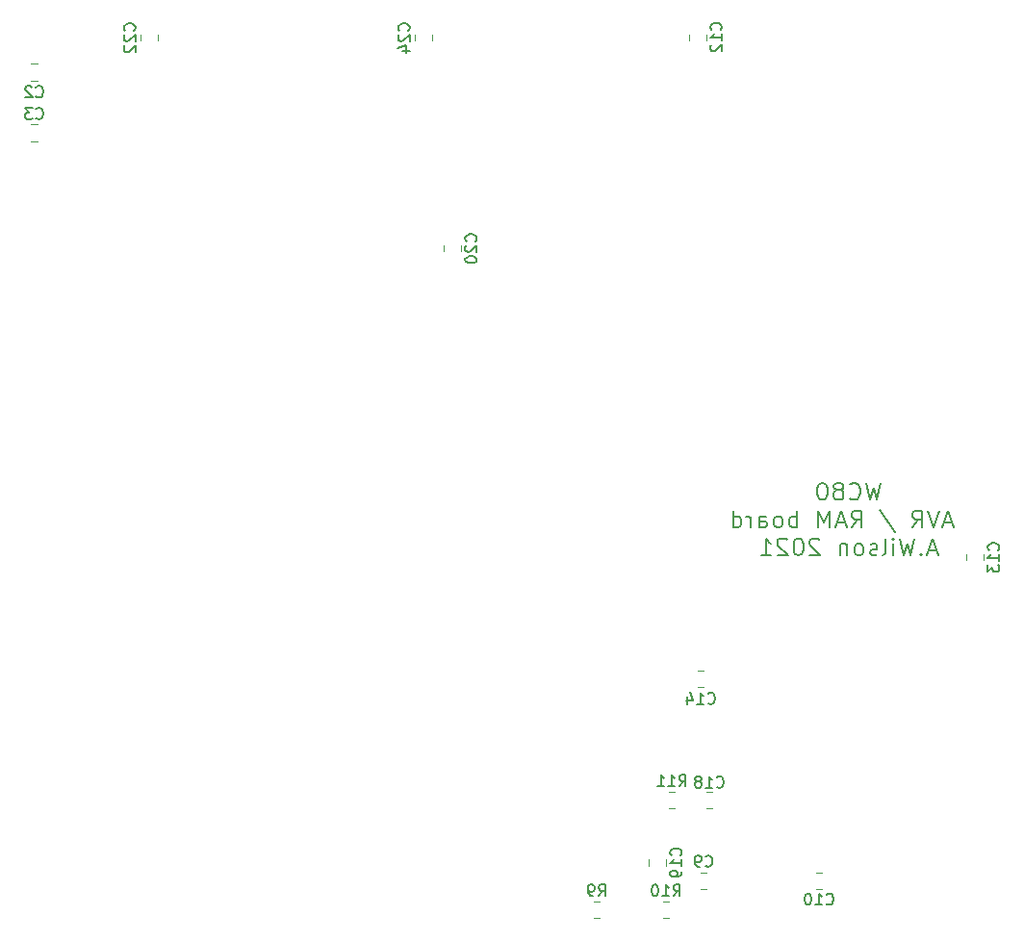
<source format=gbr>
%TF.GenerationSoftware,KiCad,Pcbnew,(5.1.9)-1*%
%TF.CreationDate,2021-05-25T17:26:24-04:00*%
%TF.ProjectId,main,6d61696e-2e6b-4696-9361-645f70636258,rev?*%
%TF.SameCoordinates,Original*%
%TF.FileFunction,Legend,Bot*%
%TF.FilePolarity,Positive*%
%FSLAX46Y46*%
G04 Gerber Fmt 4.6, Leading zero omitted, Abs format (unit mm)*
G04 Created by KiCad (PCBNEW (5.1.9)-1) date 2021-05-25 17:26:24*
%MOMM*%
%LPD*%
G01*
G04 APERTURE LIST*
%ADD10C,0.200000*%
%ADD11C,0.120000*%
%ADD12C,0.150000*%
G04 APERTURE END LIST*
D10*
X107532857Y-66070571D02*
X107175714Y-67570571D01*
X106890000Y-66499142D01*
X106604285Y-67570571D01*
X106247142Y-66070571D01*
X104818571Y-67427714D02*
X104890000Y-67499142D01*
X105104285Y-67570571D01*
X105247142Y-67570571D01*
X105461428Y-67499142D01*
X105604285Y-67356285D01*
X105675714Y-67213428D01*
X105747142Y-66927714D01*
X105747142Y-66713428D01*
X105675714Y-66427714D01*
X105604285Y-66284857D01*
X105461428Y-66142000D01*
X105247142Y-66070571D01*
X105104285Y-66070571D01*
X104890000Y-66142000D01*
X104818571Y-66213428D01*
X103961428Y-66713428D02*
X104104285Y-66642000D01*
X104175714Y-66570571D01*
X104247142Y-66427714D01*
X104247142Y-66356285D01*
X104175714Y-66213428D01*
X104104285Y-66142000D01*
X103961428Y-66070571D01*
X103675714Y-66070571D01*
X103532857Y-66142000D01*
X103461428Y-66213428D01*
X103390000Y-66356285D01*
X103390000Y-66427714D01*
X103461428Y-66570571D01*
X103532857Y-66642000D01*
X103675714Y-66713428D01*
X103961428Y-66713428D01*
X104104285Y-66784857D01*
X104175714Y-66856285D01*
X104247142Y-66999142D01*
X104247142Y-67284857D01*
X104175714Y-67427714D01*
X104104285Y-67499142D01*
X103961428Y-67570571D01*
X103675714Y-67570571D01*
X103532857Y-67499142D01*
X103461428Y-67427714D01*
X103390000Y-67284857D01*
X103390000Y-66999142D01*
X103461428Y-66856285D01*
X103532857Y-66784857D01*
X103675714Y-66713428D01*
X102461428Y-66070571D02*
X102318571Y-66070571D01*
X102175714Y-66142000D01*
X102104285Y-66213428D01*
X102032857Y-66356285D01*
X101961428Y-66642000D01*
X101961428Y-66999142D01*
X102032857Y-67284857D01*
X102104285Y-67427714D01*
X102175714Y-67499142D01*
X102318571Y-67570571D01*
X102461428Y-67570571D01*
X102604285Y-67499142D01*
X102675714Y-67427714D01*
X102747142Y-67284857D01*
X102818571Y-66999142D01*
X102818571Y-66642000D01*
X102747142Y-66356285D01*
X102675714Y-66213428D01*
X102604285Y-66142000D01*
X102461428Y-66070571D01*
X113818571Y-69592000D02*
X113104285Y-69592000D01*
X113961428Y-70020571D02*
X113461428Y-68520571D01*
X112961428Y-70020571D01*
X112675714Y-68520571D02*
X112175714Y-70020571D01*
X111675714Y-68520571D01*
X110318571Y-70020571D02*
X110818571Y-69306285D01*
X111175714Y-70020571D02*
X111175714Y-68520571D01*
X110604285Y-68520571D01*
X110461428Y-68592000D01*
X110390000Y-68663428D01*
X110318571Y-68806285D01*
X110318571Y-69020571D01*
X110390000Y-69163428D01*
X110461428Y-69234857D01*
X110604285Y-69306285D01*
X111175714Y-69306285D01*
X107461428Y-68449142D02*
X108747142Y-70377714D01*
X104961428Y-70020571D02*
X105461428Y-69306285D01*
X105818571Y-70020571D02*
X105818571Y-68520571D01*
X105247142Y-68520571D01*
X105104285Y-68592000D01*
X105032857Y-68663428D01*
X104961428Y-68806285D01*
X104961428Y-69020571D01*
X105032857Y-69163428D01*
X105104285Y-69234857D01*
X105247142Y-69306285D01*
X105818571Y-69306285D01*
X104390000Y-69592000D02*
X103675714Y-69592000D01*
X104532857Y-70020571D02*
X104032857Y-68520571D01*
X103532857Y-70020571D01*
X103032857Y-70020571D02*
X103032857Y-68520571D01*
X102532857Y-69592000D01*
X102032857Y-68520571D01*
X102032857Y-70020571D01*
X100175714Y-70020571D02*
X100175714Y-68520571D01*
X100175714Y-69092000D02*
X100032857Y-69020571D01*
X99747142Y-69020571D01*
X99604285Y-69092000D01*
X99532857Y-69163428D01*
X99461428Y-69306285D01*
X99461428Y-69734857D01*
X99532857Y-69877714D01*
X99604285Y-69949142D01*
X99747142Y-70020571D01*
X100032857Y-70020571D01*
X100175714Y-69949142D01*
X98604285Y-70020571D02*
X98747142Y-69949142D01*
X98818571Y-69877714D01*
X98890000Y-69734857D01*
X98890000Y-69306285D01*
X98818571Y-69163428D01*
X98747142Y-69092000D01*
X98604285Y-69020571D01*
X98390000Y-69020571D01*
X98247142Y-69092000D01*
X98175714Y-69163428D01*
X98104285Y-69306285D01*
X98104285Y-69734857D01*
X98175714Y-69877714D01*
X98247142Y-69949142D01*
X98390000Y-70020571D01*
X98604285Y-70020571D01*
X96818571Y-70020571D02*
X96818571Y-69234857D01*
X96890000Y-69092000D01*
X97032857Y-69020571D01*
X97318571Y-69020571D01*
X97461428Y-69092000D01*
X96818571Y-69949142D02*
X96961428Y-70020571D01*
X97318571Y-70020571D01*
X97461428Y-69949142D01*
X97532857Y-69806285D01*
X97532857Y-69663428D01*
X97461428Y-69520571D01*
X97318571Y-69449142D01*
X96961428Y-69449142D01*
X96818571Y-69377714D01*
X96104285Y-70020571D02*
X96104285Y-69020571D01*
X96104285Y-69306285D02*
X96032857Y-69163428D01*
X95961428Y-69092000D01*
X95818571Y-69020571D01*
X95675714Y-69020571D01*
X94532857Y-70020571D02*
X94532857Y-68520571D01*
X94532857Y-69949142D02*
X94675714Y-70020571D01*
X94961428Y-70020571D01*
X95104285Y-69949142D01*
X95175714Y-69877714D01*
X95247142Y-69734857D01*
X95247142Y-69306285D01*
X95175714Y-69163428D01*
X95104285Y-69092000D01*
X94961428Y-69020571D01*
X94675714Y-69020571D01*
X94532857Y-69092000D01*
X112425714Y-72042000D02*
X111711428Y-72042000D01*
X112568571Y-72470571D02*
X112068571Y-70970571D01*
X111568571Y-72470571D01*
X111068571Y-72327714D02*
X110997142Y-72399142D01*
X111068571Y-72470571D01*
X111140000Y-72399142D01*
X111068571Y-72327714D01*
X111068571Y-72470571D01*
X110497142Y-70970571D02*
X110140000Y-72470571D01*
X109854285Y-71399142D01*
X109568571Y-72470571D01*
X109211428Y-70970571D01*
X108640000Y-72470571D02*
X108640000Y-71470571D01*
X108640000Y-70970571D02*
X108711428Y-71042000D01*
X108640000Y-71113428D01*
X108568571Y-71042000D01*
X108640000Y-70970571D01*
X108640000Y-71113428D01*
X107711428Y-72470571D02*
X107854285Y-72399142D01*
X107925714Y-72256285D01*
X107925714Y-70970571D01*
X107211428Y-72399142D02*
X107068571Y-72470571D01*
X106782857Y-72470571D01*
X106640000Y-72399142D01*
X106568571Y-72256285D01*
X106568571Y-72184857D01*
X106640000Y-72042000D01*
X106782857Y-71970571D01*
X106997142Y-71970571D01*
X107140000Y-71899142D01*
X107211428Y-71756285D01*
X107211428Y-71684857D01*
X107140000Y-71542000D01*
X106997142Y-71470571D01*
X106782857Y-71470571D01*
X106640000Y-71542000D01*
X105711428Y-72470571D02*
X105854285Y-72399142D01*
X105925714Y-72327714D01*
X105997142Y-72184857D01*
X105997142Y-71756285D01*
X105925714Y-71613428D01*
X105854285Y-71542000D01*
X105711428Y-71470571D01*
X105497142Y-71470571D01*
X105354285Y-71542000D01*
X105282857Y-71613428D01*
X105211428Y-71756285D01*
X105211428Y-72184857D01*
X105282857Y-72327714D01*
X105354285Y-72399142D01*
X105497142Y-72470571D01*
X105711428Y-72470571D01*
X104568571Y-71470571D02*
X104568571Y-72470571D01*
X104568571Y-71613428D02*
X104497142Y-71542000D01*
X104354285Y-71470571D01*
X104140000Y-71470571D01*
X103997142Y-71542000D01*
X103925714Y-71684857D01*
X103925714Y-72470571D01*
X102140000Y-71113428D02*
X102068571Y-71042000D01*
X101925714Y-70970571D01*
X101568571Y-70970571D01*
X101425714Y-71042000D01*
X101354285Y-71113428D01*
X101282857Y-71256285D01*
X101282857Y-71399142D01*
X101354285Y-71613428D01*
X102211428Y-72470571D01*
X101282857Y-72470571D01*
X100354285Y-70970571D02*
X100211428Y-70970571D01*
X100068571Y-71042000D01*
X99997142Y-71113428D01*
X99925714Y-71256285D01*
X99854285Y-71542000D01*
X99854285Y-71899142D01*
X99925714Y-72184857D01*
X99997142Y-72327714D01*
X100068571Y-72399142D01*
X100211428Y-72470571D01*
X100354285Y-72470571D01*
X100497142Y-72399142D01*
X100568571Y-72327714D01*
X100640000Y-72184857D01*
X100711428Y-71899142D01*
X100711428Y-71542000D01*
X100640000Y-71256285D01*
X100568571Y-71113428D01*
X100497142Y-71042000D01*
X100354285Y-70970571D01*
X99282857Y-71113428D02*
X99211428Y-71042000D01*
X99068571Y-70970571D01*
X98711428Y-70970571D01*
X98568571Y-71042000D01*
X98497142Y-71113428D01*
X98425714Y-71256285D01*
X98425714Y-71399142D01*
X98497142Y-71613428D01*
X99354285Y-72470571D01*
X98425714Y-72470571D01*
X96997142Y-72470571D02*
X97854285Y-72470571D01*
X97425714Y-72470571D02*
X97425714Y-70970571D01*
X97568571Y-71184857D01*
X97711428Y-71327714D01*
X97854285Y-71399142D01*
D11*
%TO.C,C24*%
X68045000Y-26662748D02*
X68045000Y-27185252D01*
X66575000Y-26662748D02*
X66575000Y-27185252D01*
%TO.C,C22*%
X43915000Y-26662748D02*
X43915000Y-27185252D01*
X42445000Y-26662748D02*
X42445000Y-27185252D01*
%TO.C,C20*%
X69115000Y-45727252D02*
X69115000Y-45204748D01*
X70585000Y-45727252D02*
X70585000Y-45204748D01*
%TO.C,R11*%
X89381064Y-94715000D02*
X88926936Y-94715000D01*
X89381064Y-93245000D02*
X88926936Y-93245000D01*
%TO.C,R10*%
X88873064Y-104367000D02*
X88418936Y-104367000D01*
X88873064Y-102897000D02*
X88418936Y-102897000D01*
%TO.C,C19*%
X87149000Y-99761252D02*
X87149000Y-99238748D01*
X88619000Y-99761252D02*
X88619000Y-99238748D01*
%TO.C,R9*%
X82777064Y-104367000D02*
X82322936Y-104367000D01*
X82777064Y-102897000D02*
X82322936Y-102897000D01*
%TO.C,C10*%
X101846748Y-100357000D02*
X102369252Y-100357000D01*
X101846748Y-101827000D02*
X102369252Y-101827000D01*
%TO.C,C9*%
X92209252Y-101827000D02*
X91686748Y-101827000D01*
X92209252Y-100357000D02*
X91686748Y-100357000D01*
%TO.C,C3*%
X32792648Y-36022200D02*
X33315152Y-36022200D01*
X32792648Y-34552200D02*
X33315152Y-34552200D01*
%TO.C,C2*%
X32792648Y-30668000D02*
X33315152Y-30668000D01*
X32792648Y-29198000D02*
X33315152Y-29198000D01*
%TO.C,C12*%
X90705000Y-26662748D02*
X90705000Y-27185252D01*
X92175000Y-26662748D02*
X92175000Y-27185252D01*
%TO.C,C13*%
X116559000Y-72905252D02*
X116559000Y-72382748D01*
X115089000Y-72905252D02*
X115089000Y-72382748D01*
%TO.C,C14*%
X91955252Y-82577000D02*
X91432748Y-82577000D01*
X91955252Y-84047000D02*
X91432748Y-84047000D01*
%TO.C,C18*%
X92194748Y-94715000D02*
X92717252Y-94715000D01*
X92194748Y-93245000D02*
X92717252Y-93245000D01*
%TO.C,C24*%
D12*
X65987142Y-26281142D02*
X66034761Y-26233523D01*
X66082380Y-26090666D01*
X66082380Y-25995428D01*
X66034761Y-25852571D01*
X65939523Y-25757333D01*
X65844285Y-25709714D01*
X65653809Y-25662095D01*
X65510952Y-25662095D01*
X65320476Y-25709714D01*
X65225238Y-25757333D01*
X65130000Y-25852571D01*
X65082380Y-25995428D01*
X65082380Y-26090666D01*
X65130000Y-26233523D01*
X65177619Y-26281142D01*
X65177619Y-26662095D02*
X65130000Y-26709714D01*
X65082380Y-26804952D01*
X65082380Y-27043047D01*
X65130000Y-27138285D01*
X65177619Y-27185904D01*
X65272857Y-27233523D01*
X65368095Y-27233523D01*
X65510952Y-27185904D01*
X66082380Y-26614476D01*
X66082380Y-27233523D01*
X65415714Y-28090666D02*
X66082380Y-28090666D01*
X65034761Y-27852571D02*
X65749047Y-27614476D01*
X65749047Y-28233523D01*
%TO.C,C22*%
X41857142Y-26281142D02*
X41904761Y-26233523D01*
X41952380Y-26090666D01*
X41952380Y-25995428D01*
X41904761Y-25852571D01*
X41809523Y-25757333D01*
X41714285Y-25709714D01*
X41523809Y-25662095D01*
X41380952Y-25662095D01*
X41190476Y-25709714D01*
X41095238Y-25757333D01*
X41000000Y-25852571D01*
X40952380Y-25995428D01*
X40952380Y-26090666D01*
X41000000Y-26233523D01*
X41047619Y-26281142D01*
X41047619Y-26662095D02*
X41000000Y-26709714D01*
X40952380Y-26804952D01*
X40952380Y-27043047D01*
X41000000Y-27138285D01*
X41047619Y-27185904D01*
X41142857Y-27233523D01*
X41238095Y-27233523D01*
X41380952Y-27185904D01*
X41952380Y-26614476D01*
X41952380Y-27233523D01*
X41047619Y-27614476D02*
X41000000Y-27662095D01*
X40952380Y-27757333D01*
X40952380Y-27995428D01*
X41000000Y-28090666D01*
X41047619Y-28138285D01*
X41142857Y-28185904D01*
X41238095Y-28185904D01*
X41380952Y-28138285D01*
X41952380Y-27566857D01*
X41952380Y-28185904D01*
%TO.C,C20*%
X71887142Y-44823142D02*
X71934761Y-44775523D01*
X71982380Y-44632666D01*
X71982380Y-44537428D01*
X71934761Y-44394571D01*
X71839523Y-44299333D01*
X71744285Y-44251714D01*
X71553809Y-44204095D01*
X71410952Y-44204095D01*
X71220476Y-44251714D01*
X71125238Y-44299333D01*
X71030000Y-44394571D01*
X70982380Y-44537428D01*
X70982380Y-44632666D01*
X71030000Y-44775523D01*
X71077619Y-44823142D01*
X71077619Y-45204095D02*
X71030000Y-45251714D01*
X70982380Y-45346952D01*
X70982380Y-45585047D01*
X71030000Y-45680285D01*
X71077619Y-45727904D01*
X71172857Y-45775523D01*
X71268095Y-45775523D01*
X71410952Y-45727904D01*
X71982380Y-45156476D01*
X71982380Y-45775523D01*
X70982380Y-46394571D02*
X70982380Y-46489809D01*
X71030000Y-46585047D01*
X71077619Y-46632666D01*
X71172857Y-46680285D01*
X71363333Y-46727904D01*
X71601428Y-46727904D01*
X71791904Y-46680285D01*
X71887142Y-46632666D01*
X71934761Y-46585047D01*
X71982380Y-46489809D01*
X71982380Y-46394571D01*
X71934761Y-46299333D01*
X71887142Y-46251714D01*
X71791904Y-46204095D01*
X71601428Y-46156476D01*
X71363333Y-46156476D01*
X71172857Y-46204095D01*
X71077619Y-46251714D01*
X71030000Y-46299333D01*
X70982380Y-46394571D01*
%TO.C,R11*%
X89796857Y-92782380D02*
X90130190Y-92306190D01*
X90368285Y-92782380D02*
X90368285Y-91782380D01*
X89987333Y-91782380D01*
X89892095Y-91830000D01*
X89844476Y-91877619D01*
X89796857Y-91972857D01*
X89796857Y-92115714D01*
X89844476Y-92210952D01*
X89892095Y-92258571D01*
X89987333Y-92306190D01*
X90368285Y-92306190D01*
X88844476Y-92782380D02*
X89415904Y-92782380D01*
X89130190Y-92782380D02*
X89130190Y-91782380D01*
X89225428Y-91925238D01*
X89320666Y-92020476D01*
X89415904Y-92068095D01*
X87892095Y-92782380D02*
X88463523Y-92782380D01*
X88177809Y-92782380D02*
X88177809Y-91782380D01*
X88273047Y-91925238D01*
X88368285Y-92020476D01*
X88463523Y-92068095D01*
%TO.C,R10*%
X89288857Y-102434380D02*
X89622190Y-101958190D01*
X89860285Y-102434380D02*
X89860285Y-101434380D01*
X89479333Y-101434380D01*
X89384095Y-101482000D01*
X89336476Y-101529619D01*
X89288857Y-101624857D01*
X89288857Y-101767714D01*
X89336476Y-101862952D01*
X89384095Y-101910571D01*
X89479333Y-101958190D01*
X89860285Y-101958190D01*
X88336476Y-102434380D02*
X88907904Y-102434380D01*
X88622190Y-102434380D02*
X88622190Y-101434380D01*
X88717428Y-101577238D01*
X88812666Y-101672476D01*
X88907904Y-101720095D01*
X87717428Y-101434380D02*
X87622190Y-101434380D01*
X87526952Y-101482000D01*
X87479333Y-101529619D01*
X87431714Y-101624857D01*
X87384095Y-101815333D01*
X87384095Y-102053428D01*
X87431714Y-102243904D01*
X87479333Y-102339142D01*
X87526952Y-102386761D01*
X87622190Y-102434380D01*
X87717428Y-102434380D01*
X87812666Y-102386761D01*
X87860285Y-102339142D01*
X87907904Y-102243904D01*
X87955523Y-102053428D01*
X87955523Y-101815333D01*
X87907904Y-101624857D01*
X87860285Y-101529619D01*
X87812666Y-101482000D01*
X87717428Y-101434380D01*
%TO.C,C19*%
X89921142Y-98857142D02*
X89968761Y-98809523D01*
X90016380Y-98666666D01*
X90016380Y-98571428D01*
X89968761Y-98428571D01*
X89873523Y-98333333D01*
X89778285Y-98285714D01*
X89587809Y-98238095D01*
X89444952Y-98238095D01*
X89254476Y-98285714D01*
X89159238Y-98333333D01*
X89064000Y-98428571D01*
X89016380Y-98571428D01*
X89016380Y-98666666D01*
X89064000Y-98809523D01*
X89111619Y-98857142D01*
X90016380Y-99809523D02*
X90016380Y-99238095D01*
X90016380Y-99523809D02*
X89016380Y-99523809D01*
X89159238Y-99428571D01*
X89254476Y-99333333D01*
X89302095Y-99238095D01*
X90016380Y-100285714D02*
X90016380Y-100476190D01*
X89968761Y-100571428D01*
X89921142Y-100619047D01*
X89778285Y-100714285D01*
X89587809Y-100761904D01*
X89206857Y-100761904D01*
X89111619Y-100714285D01*
X89064000Y-100666666D01*
X89016380Y-100571428D01*
X89016380Y-100380952D01*
X89064000Y-100285714D01*
X89111619Y-100238095D01*
X89206857Y-100190476D01*
X89444952Y-100190476D01*
X89540190Y-100238095D01*
X89587809Y-100285714D01*
X89635428Y-100380952D01*
X89635428Y-100571428D01*
X89587809Y-100666666D01*
X89540190Y-100714285D01*
X89444952Y-100761904D01*
%TO.C,R9*%
X82716666Y-102434380D02*
X83050000Y-101958190D01*
X83288095Y-102434380D02*
X83288095Y-101434380D01*
X82907142Y-101434380D01*
X82811904Y-101482000D01*
X82764285Y-101529619D01*
X82716666Y-101624857D01*
X82716666Y-101767714D01*
X82764285Y-101862952D01*
X82811904Y-101910571D01*
X82907142Y-101958190D01*
X83288095Y-101958190D01*
X82240476Y-102434380D02*
X82050000Y-102434380D01*
X81954761Y-102386761D01*
X81907142Y-102339142D01*
X81811904Y-102196285D01*
X81764285Y-102005809D01*
X81764285Y-101624857D01*
X81811904Y-101529619D01*
X81859523Y-101482000D01*
X81954761Y-101434380D01*
X82145238Y-101434380D01*
X82240476Y-101482000D01*
X82288095Y-101529619D01*
X82335714Y-101624857D01*
X82335714Y-101862952D01*
X82288095Y-101958190D01*
X82240476Y-102005809D01*
X82145238Y-102053428D01*
X81954761Y-102053428D01*
X81859523Y-102005809D01*
X81811904Y-101958190D01*
X81764285Y-101862952D01*
%TO.C,C10*%
X102750857Y-103129142D02*
X102798476Y-103176761D01*
X102941333Y-103224380D01*
X103036571Y-103224380D01*
X103179428Y-103176761D01*
X103274666Y-103081523D01*
X103322285Y-102986285D01*
X103369904Y-102795809D01*
X103369904Y-102652952D01*
X103322285Y-102462476D01*
X103274666Y-102367238D01*
X103179428Y-102272000D01*
X103036571Y-102224380D01*
X102941333Y-102224380D01*
X102798476Y-102272000D01*
X102750857Y-102319619D01*
X101798476Y-103224380D02*
X102369904Y-103224380D01*
X102084190Y-103224380D02*
X102084190Y-102224380D01*
X102179428Y-102367238D01*
X102274666Y-102462476D01*
X102369904Y-102510095D01*
X101179428Y-102224380D02*
X101084190Y-102224380D01*
X100988952Y-102272000D01*
X100941333Y-102319619D01*
X100893714Y-102414857D01*
X100846095Y-102605333D01*
X100846095Y-102843428D01*
X100893714Y-103033904D01*
X100941333Y-103129142D01*
X100988952Y-103176761D01*
X101084190Y-103224380D01*
X101179428Y-103224380D01*
X101274666Y-103176761D01*
X101322285Y-103129142D01*
X101369904Y-103033904D01*
X101417523Y-102843428D01*
X101417523Y-102605333D01*
X101369904Y-102414857D01*
X101322285Y-102319619D01*
X101274666Y-102272000D01*
X101179428Y-102224380D01*
%TO.C,C9*%
X92114666Y-99769142D02*
X92162285Y-99816761D01*
X92305142Y-99864380D01*
X92400380Y-99864380D01*
X92543238Y-99816761D01*
X92638476Y-99721523D01*
X92686095Y-99626285D01*
X92733714Y-99435809D01*
X92733714Y-99292952D01*
X92686095Y-99102476D01*
X92638476Y-99007238D01*
X92543238Y-98912000D01*
X92400380Y-98864380D01*
X92305142Y-98864380D01*
X92162285Y-98912000D01*
X92114666Y-98959619D01*
X91638476Y-99864380D02*
X91448000Y-99864380D01*
X91352761Y-99816761D01*
X91305142Y-99769142D01*
X91209904Y-99626285D01*
X91162285Y-99435809D01*
X91162285Y-99054857D01*
X91209904Y-98959619D01*
X91257523Y-98912000D01*
X91352761Y-98864380D01*
X91543238Y-98864380D01*
X91638476Y-98912000D01*
X91686095Y-98959619D01*
X91733714Y-99054857D01*
X91733714Y-99292952D01*
X91686095Y-99388190D01*
X91638476Y-99435809D01*
X91543238Y-99483428D01*
X91352761Y-99483428D01*
X91257523Y-99435809D01*
X91209904Y-99388190D01*
X91162285Y-99292952D01*
%TO.C,C3*%
X33220566Y-33993342D02*
X33268185Y-34040961D01*
X33411042Y-34088580D01*
X33506280Y-34088580D01*
X33649138Y-34040961D01*
X33744376Y-33945723D01*
X33791995Y-33850485D01*
X33839614Y-33660009D01*
X33839614Y-33517152D01*
X33791995Y-33326676D01*
X33744376Y-33231438D01*
X33649138Y-33136200D01*
X33506280Y-33088580D01*
X33411042Y-33088580D01*
X33268185Y-33136200D01*
X33220566Y-33183819D01*
X32887233Y-33088580D02*
X32268185Y-33088580D01*
X32601519Y-33469533D01*
X32458661Y-33469533D01*
X32363423Y-33517152D01*
X32315804Y-33564771D01*
X32268185Y-33660009D01*
X32268185Y-33898104D01*
X32315804Y-33993342D01*
X32363423Y-34040961D01*
X32458661Y-34088580D01*
X32744376Y-34088580D01*
X32839614Y-34040961D01*
X32887233Y-33993342D01*
%TO.C,C2*%
X33220566Y-32068142D02*
X33268185Y-32115761D01*
X33411042Y-32163380D01*
X33506280Y-32163380D01*
X33649138Y-32115761D01*
X33744376Y-32020523D01*
X33791995Y-31925285D01*
X33839614Y-31734809D01*
X33839614Y-31591952D01*
X33791995Y-31401476D01*
X33744376Y-31306238D01*
X33649138Y-31211000D01*
X33506280Y-31163380D01*
X33411042Y-31163380D01*
X33268185Y-31211000D01*
X33220566Y-31258619D01*
X32839614Y-31258619D02*
X32791995Y-31211000D01*
X32696757Y-31163380D01*
X32458661Y-31163380D01*
X32363423Y-31211000D01*
X32315804Y-31258619D01*
X32268185Y-31353857D01*
X32268185Y-31449095D01*
X32315804Y-31591952D01*
X32887233Y-32163380D01*
X32268185Y-32163380D01*
%TO.C,C12*%
X93448142Y-26220142D02*
X93495761Y-26172523D01*
X93543380Y-26029666D01*
X93543380Y-25934428D01*
X93495761Y-25791571D01*
X93400523Y-25696333D01*
X93305285Y-25648714D01*
X93114809Y-25601095D01*
X92971952Y-25601095D01*
X92781476Y-25648714D01*
X92686238Y-25696333D01*
X92591000Y-25791571D01*
X92543380Y-25934428D01*
X92543380Y-26029666D01*
X92591000Y-26172523D01*
X92638619Y-26220142D01*
X93543380Y-27172523D02*
X93543380Y-26601095D01*
X93543380Y-26886809D02*
X92543380Y-26886809D01*
X92686238Y-26791571D01*
X92781476Y-26696333D01*
X92829095Y-26601095D01*
X92638619Y-27553476D02*
X92591000Y-27601095D01*
X92543380Y-27696333D01*
X92543380Y-27934428D01*
X92591000Y-28029666D01*
X92638619Y-28077285D01*
X92733857Y-28124904D01*
X92829095Y-28124904D01*
X92971952Y-28077285D01*
X93543380Y-27505857D01*
X93543380Y-28124904D01*
%TO.C,C13*%
X117861142Y-72001142D02*
X117908761Y-71953523D01*
X117956380Y-71810666D01*
X117956380Y-71715428D01*
X117908761Y-71572571D01*
X117813523Y-71477333D01*
X117718285Y-71429714D01*
X117527809Y-71382095D01*
X117384952Y-71382095D01*
X117194476Y-71429714D01*
X117099238Y-71477333D01*
X117004000Y-71572571D01*
X116956380Y-71715428D01*
X116956380Y-71810666D01*
X117004000Y-71953523D01*
X117051619Y-72001142D01*
X117956380Y-72953523D02*
X117956380Y-72382095D01*
X117956380Y-72667809D02*
X116956380Y-72667809D01*
X117099238Y-72572571D01*
X117194476Y-72477333D01*
X117242095Y-72382095D01*
X116956380Y-73286857D02*
X116956380Y-73905904D01*
X117337333Y-73572571D01*
X117337333Y-73715428D01*
X117384952Y-73810666D01*
X117432571Y-73858285D01*
X117527809Y-73905904D01*
X117765904Y-73905904D01*
X117861142Y-73858285D01*
X117908761Y-73810666D01*
X117956380Y-73715428D01*
X117956380Y-73429714D01*
X117908761Y-73334476D01*
X117861142Y-73286857D01*
%TO.C,C14*%
X92336857Y-85447142D02*
X92384476Y-85494761D01*
X92527333Y-85542380D01*
X92622571Y-85542380D01*
X92765428Y-85494761D01*
X92860666Y-85399523D01*
X92908285Y-85304285D01*
X92955904Y-85113809D01*
X92955904Y-84970952D01*
X92908285Y-84780476D01*
X92860666Y-84685238D01*
X92765428Y-84590000D01*
X92622571Y-84542380D01*
X92527333Y-84542380D01*
X92384476Y-84590000D01*
X92336857Y-84637619D01*
X91384476Y-85542380D02*
X91955904Y-85542380D01*
X91670190Y-85542380D02*
X91670190Y-84542380D01*
X91765428Y-84685238D01*
X91860666Y-84780476D01*
X91955904Y-84828095D01*
X90527333Y-84875714D02*
X90527333Y-85542380D01*
X90765428Y-84494761D02*
X91003523Y-85209047D01*
X90384476Y-85209047D01*
%TO.C,C18*%
X93098857Y-92813142D02*
X93146476Y-92860761D01*
X93289333Y-92908380D01*
X93384571Y-92908380D01*
X93527428Y-92860761D01*
X93622666Y-92765523D01*
X93670285Y-92670285D01*
X93717904Y-92479809D01*
X93717904Y-92336952D01*
X93670285Y-92146476D01*
X93622666Y-92051238D01*
X93527428Y-91956000D01*
X93384571Y-91908380D01*
X93289333Y-91908380D01*
X93146476Y-91956000D01*
X93098857Y-92003619D01*
X92146476Y-92908380D02*
X92717904Y-92908380D01*
X92432190Y-92908380D02*
X92432190Y-91908380D01*
X92527428Y-92051238D01*
X92622666Y-92146476D01*
X92717904Y-92194095D01*
X91575047Y-92336952D02*
X91670285Y-92289333D01*
X91717904Y-92241714D01*
X91765523Y-92146476D01*
X91765523Y-92098857D01*
X91717904Y-92003619D01*
X91670285Y-91956000D01*
X91575047Y-91908380D01*
X91384571Y-91908380D01*
X91289333Y-91956000D01*
X91241714Y-92003619D01*
X91194095Y-92098857D01*
X91194095Y-92146476D01*
X91241714Y-92241714D01*
X91289333Y-92289333D01*
X91384571Y-92336952D01*
X91575047Y-92336952D01*
X91670285Y-92384571D01*
X91717904Y-92432190D01*
X91765523Y-92527428D01*
X91765523Y-92717904D01*
X91717904Y-92813142D01*
X91670285Y-92860761D01*
X91575047Y-92908380D01*
X91384571Y-92908380D01*
X91289333Y-92860761D01*
X91241714Y-92813142D01*
X91194095Y-92717904D01*
X91194095Y-92527428D01*
X91241714Y-92432190D01*
X91289333Y-92384571D01*
X91384571Y-92336952D01*
%TD*%
M02*

</source>
